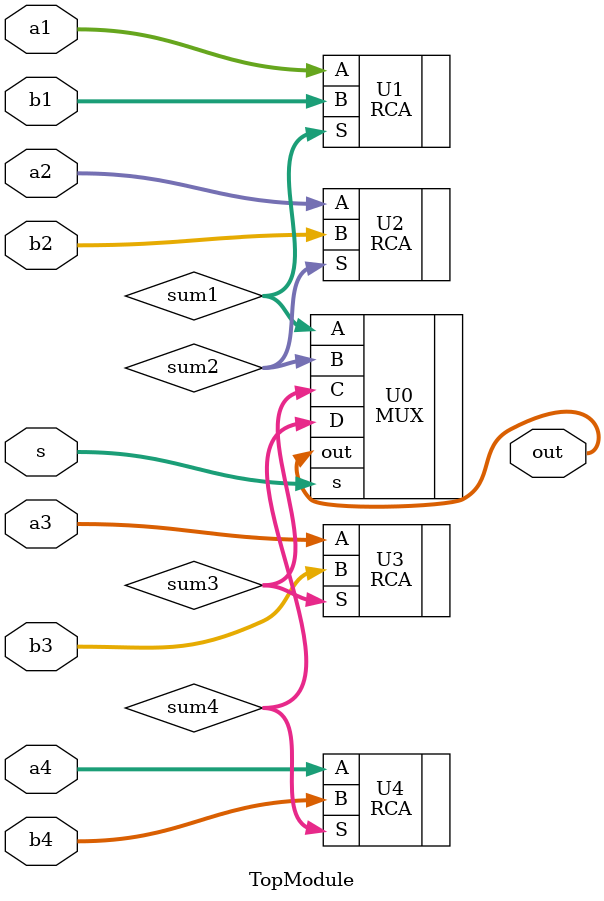
<source format=v>
module TopModule(a1, b1, a2, b2, a3, b3, a4, b4, s, out);
input [3:0] a1, b1, a2, b2, a3, b3, a4, b4;
input [1:0] s;
output [4:0] out;
wire [4:0] sum1, sum2, sum3, sum4;

RCA U1(.A(a1), .B(b1), .S(sum1));
RCA U2(.A(a2), .B(b2), .S(sum2));
RCA U3(.A(a3), .B(b3), .S(sum3));
RCA U4(.A(a4), .B(b4), .S(sum4));

MUX U0(.A(sum1), .B(sum2), .C(sum3), .D(sum4), .s(s), .out(out));

endmodule

</source>
